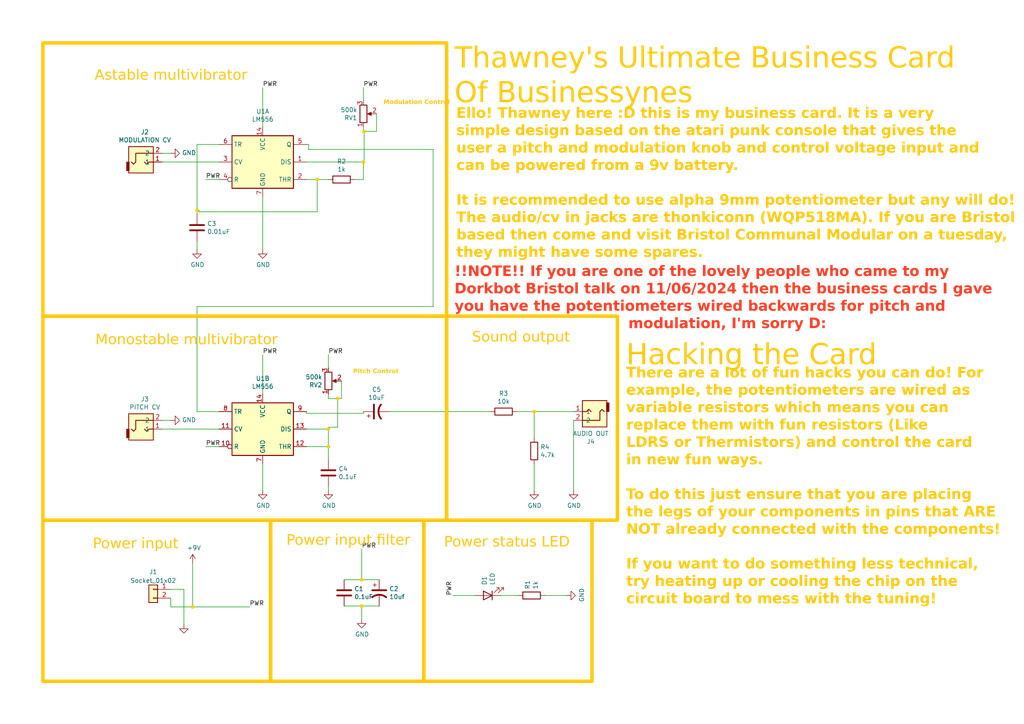
<source format=kicad_sch>
(kicad_sch (version 20231120) (generator "eeschema") (generator_version "8.0")
  (paper "A4")
  (title_block (date "2024-06-12"))
  (lib_symbols
    (symbol "APC-rescue:CP1-Device" (pin_numbers hide) (pin_names (offset 0.254) hide)
      (property "Reference" "C" (at 0.635 2.54 0))
      (property "Value" "Device_CP1" (at 0.635 -2.54 0))
      (symbol "CP1-Device_0_1"
        (polyline (pts (xy -2.032 0.762) (xy 2.032 0.762)) (stroke (width 0.508)))
        (polyline (pts (xy -1.778 2.286) (xy -0.762 2.286)))
        (polyline (pts (xy -1.27 1.778) (xy -1.27 2.794)))
        (arc (start 2.032 -1.27) (mid 0 -0.5572) (end -2.032 -1.27) (stroke (width 0.508)))
      )
      (symbol "CP1-Device_1_1"
        (pin passive line (at 0 3.81 270) (length 2.794) (name "~") (number "1"))
        (pin passive line (at 0 -3.81 90) (length 3.302) (name "~") (number "2"))
      )
    )
    (symbol "APC-rescue:R_POT-Device" (pin_names (offset 1.016) hide)
      (property "Reference" "RV" (at -4.445 0 90))
      (property "Value" "Device_R_POT" (at -2.54 0 90))
      (symbol "R_POT-Device_0_1"
        (polyline (pts (xy 2.54 0) (xy 1.524 0)))
        (polyline (pts (xy 1.143 0) (xy 2.286 0.508) (xy 2.286 -0.508) (xy 1.143 0)) (fill (type outline)))
        (rectangle (start 1.016 2.54) (end -1.016 -2.54) (stroke (width 0.254)))
      )
      (symbol "R_POT-Device_1_1"
        (pin passive line (at 0 3.81 270) (length 1.27) (name "1") (number "1"))
        (pin passive line (at 3.81 0 180) (length 1.27) (name "2") (number "2"))
        (pin passive line (at 0 -3.81 90) (length 1.27) (name "3") (number "3"))
      )
    )
    (symbol "AudioJack2_Ground-Connector_1" (pin_names (offset 1.016))
      (property "Reference" "J2" (at 0.1016 8.6868 0))
      (property "Value" "MONO JACK CV1" (at 0.1016 6.3754 0))
      (symbol "AudioJack2_Ground-Connector_1_0_1"
        (rectangle (start -4.445 -2.54) (end -5.207 0) (fill (type outline)))
        (polyline (pts (xy 0 0) (xy 0.635 -0.635) (xy 1.27 0) (xy 2.54 0)) (stroke (width 0.254)))
        (polyline (pts (xy 2.54 2.54) (xy -2.54 2.54) (xy -2.54 0) (xy -3.175 -0.635) (xy -3.81 0)) (stroke (width 0.254)))
        (rectangle (start 2.54 -3.175) (end -4.572 4.445) (stroke (width 0.254)) (fill (type background)))
      )
      (symbol "AudioJack2_Ground-Connector_1_1_1"
        (pin passive line (at 5.08 0 180) (length 2.54) (name "1") (number "1"))
        (pin passive line (at 5.08 2.54 180) (length 2.54) (name "2") (number "2"))
      )
    )
    (symbol "Device:C" (pin_numbers hide) (pin_names (offset 0.254))
      (property "Reference" "C" (at 0.635 2.54 0))
      (property "Value" "C" (at 0.635 -2.54 0))
      (symbol "C_0_1"
        (polyline (pts (xy -2.032 -0.762) (xy 2.032 -0.762)) (stroke (width 0.508)))
        (polyline (pts (xy -2.032 0.762) (xy 2.032 0.762)) (stroke (width 0.508)))
      )
      (symbol "C_1_1"
        (pin passive line (at 0 3.81 270) (length 2.794) (name "~") (number "1"))
        (pin passive line (at 0 -3.81 90) (length 2.794) (name "~") (number "2"))
      )
    )
    (symbol "Device:LED" (pin_numbers hide) (pin_names (offset 1.016) hide)
      (property "Reference" "D" (at 0 2.54 0))
      (property "Value" "LED" (at 0 -2.54 0))
      (symbol "LED_0_1"
        (polyline (pts (xy -1.27 -1.27) (xy -1.27 1.27)) (stroke (width 0.254)))
        (polyline (pts (xy -1.27 0) (xy 1.27 0)))
        (polyline (pts (xy 1.27 -1.27) (xy 1.27 1.27) (xy -1.27 0) (xy 1.27 -1.27)) (stroke (width 0.254)))
        (polyline (pts (xy -3.048 -0.762) (xy -4.572 -2.286) (xy -3.81 -2.286) (xy -4.572 -2.286) (xy -4.572 -1.524)))
        (polyline (pts (xy -1.778 -0.762) (xy -3.302 -2.286) (xy -2.54 -2.286) (xy -3.302 -2.286) (xy -3.302 -1.524)))
      )
      (symbol "LED_1_1"
        (pin passive line (at -3.81 0 0) (length 2.54) (name "K") (number "1"))
        (pin passive line (at 3.81 0 180) (length 2.54) (name "A") (number "2"))
      )
    )
    (symbol "Device:R" (pin_numbers hide) (pin_names (offset 0))
      (property "Reference" "R" (at 2.032 0 90))
      (property "Value" "R" (at 0 0 90))
      (symbol "R_0_1"
        (rectangle (start -1.016 -2.54) (end 1.016 2.54) (stroke (width 0.254)))
      )
      (symbol "R_1_1"
        (pin passive line (at 0 3.81 270) (length 1.27) (name "~") (number "1"))
        (pin passive line (at 0 -3.81 90) (length 1.27) (name "~") (number "2"))
      )
    )
    (symbol "PCM_4ms_Connector:Socket_01x02" (pin_names (offset 1.016) hide)
      (property "Reference" "J" (at 0 2.54 0))
      (property "Value" "Socket_01x02" (at 0 -5.08 0))
      (symbol "Socket_01x02_1_1"
        (rectangle (start -1.27 -2.413) (end 0 -2.667) (stroke (width 0.1524)))
        (rectangle (start -1.27 0.127) (end 0 -0.127) (stroke (width 0.1524)))
        (rectangle (start -1.27 1.27) (end 1.27 -3.81) (stroke (width 0.254)) (fill (type background)))
        (pin passive line (at -5.08 0 0) (length 3.81) (name "Pin_1") (number "1"))
        (pin passive line (at -5.08 -2.54 0) (length 3.81) (name "Pin_2") (number "2"))
      )
    )
    (symbol "Timer:LM556"
      (property "Reference" "U" (at -10.16 8.89 0))
      (property "Value" "LM556" (at -10.16 -8.89 0))
      (symbol "LM556_0_0"
        (pin power_in line (at 0 10.16 270) (length 2.54) (name "VCC") (number "14"))
        (pin power_in line (at 0 -10.16 90) (length 2.54) (name "GND") (number "7"))
      )
      (symbol "LM556_0_1"
        (rectangle (start -8.89 -7.62) (end 8.89 7.62) (stroke (width 0.254)) (fill (type background)))
        (rectangle (start -8.89 -7.62) (end 8.89 7.62) (stroke (width 0.254)) (fill (type background)))
      )
      (symbol "LM556_1_1"
        (pin input line (at 12.7 0 180) (length 3.81) (name "DIS") (number "1"))
        (pin input line (at 12.7 -5.08 180) (length 3.81) (name "THR") (number "2"))
        (pin input line (at -12.7 0 0) (length 3.81) (name "CV") (number "3"))
        (pin input inverted (at -12.7 -5.08 0) (length 3.81) (name "R") (number "4"))
        (pin output line (at 12.7 5.08 180) (length 3.81) (name "Q") (number "5"))
        (pin input line (at -12.7 5.08 0) (length 3.81) (name "TR") (number "6"))
      )
      (symbol "LM556_2_1"
        (pin input inverted (at -12.7 -5.08 0) (length 3.81) (name "R") (number "10"))
        (pin input line (at -12.7 0 0) (length 3.81) (name "CV") (number "11"))
        (pin input line (at 12.7 -5.08 180) (length 3.81) (name "THR") (number "12"))
        (pin input line (at 12.7 0 180) (length 3.81) (name "DIS") (number "13"))
        (pin input line (at -12.7 5.08 0) (length 3.81) (name "TR") (number "8"))
        (pin output line (at 12.7 5.08 180) (length 3.81) (name "Q") (number "9"))
      )
    )
    (symbol "power:+9V" (power) (pin_names (offset 0))
      (property "Value" "+9V" (at 0 3.556 0))
      (symbol "+9V_0_1"
        (polyline (pts (xy -0.762 1.27) (xy 0 2.54)))
        (polyline (pts (xy 0 0) (xy 0 2.54)))
        (polyline (pts (xy 0 2.54) (xy 0.762 1.27)))
      )
      (symbol "+9V_1_1"
        (pin power_in line (at 0 0 90) (length 0) hide (name "+9V") (number "1"))
      )
    )
    (symbol "power:GND" (power) (pin_names (offset 0))
      (property "Value" "GND" (at 0 -3.81 0))
      (symbol "GND_0_1"
        (polyline (pts (xy 0 0) (xy 0 -1.27) (xy 1.27 -1.27) (xy 0 -2.54) (xy -1.27 -1.27) (xy 0 -1.27)))
      )
      (symbol "GND_1_1"
        (pin power_in line (at 0 0 270) (length 0) hide (name "GND") (number "1"))
      )
    )
  )
  (junction (at 105.41 46.99) (color 255 198 10 1))
  (junction (at 105.6132 38.1) (color 255 198 10 1))
  (junction (at 104.902 175.768) (color 255 198 10 1))
  (junction (at 91.9988 52.07) (color 255 198 10 1))
  (junction (at 154.94 119.38) (color 255 198 10 1))
  (junction (at 95.25 129.54) (color 255 198 10 1))
  (junction (at 104.902 168.148) (color 255 198 10 1))
  (junction (at 97.9424 115.57) (color 255 198 10 1))
  (junction (at 55.88 176.022) (color 255 198 10 1))
  (junction (at 95.25 124.46) (color 255 198 10 1))
  (junction (at 57.15 60.96) (color 255 198 10 1))
  (wire (pts (xy 57.15 69.85) (xy 57.15 72.39)))
  (wire (pts (xy 104.902 168.148) (xy 109.982 168.148)))
  (wire (pts (xy 63.5 41.91) (xy 57.15 41.91)))
  (wire (pts (xy 95.25 123.9012) (xy 95.25 124.46)))
  (wire (pts (xy 157.988 172.72) (xy 164.338 172.72)))
  (wire (pts (xy 91.9988 61.4172) (xy 91.9988 52.07)))
  (wire (pts (xy 49.53 170.942) (xy 53.34 170.942)))
  (wire (pts (xy 105.6132 38.1) (xy 105.6132 46.99)))
  (wire (pts (xy 49.53 173.482) (xy 49.53 176.022)))
  (wire (pts (xy 109.22 38.1) (xy 105.6132 38.1)))
  (wire (pts (xy 131.318 172.72) (xy 137.668 172.72)))
  (wire (pts (xy 89.5096 41.91) (xy 88.9 41.91)))
  (wire (pts (xy 95.25 140.97) (xy 95.25 142.24)))
  (wire (pts (xy 105.41 119.888) (xy 105.41 119.38)))
  (wire (pts (xy 46.99 121.92) (xy 49.53 121.92)))
  (wire (pts (xy 49.53 176.022) (xy 55.88 176.022)))
  (wire (pts (xy 113.03 119.38) (xy 142.24 119.38)))
  (wire (pts (xy 109.22 33.02) (xy 109.22 38.1)))
  (wire (pts (xy 88.9 52.07) (xy 91.9988 52.07)))
  (wire (pts (xy 46.99 44.45) (xy 49.53 44.45)))
  (wire (pts (xy 57.7088 60.96) (xy 57.15 60.96)))
  (wire (pts (xy 57.7088 61.4172) (xy 91.9988 61.4172)))
  (wire (pts (xy 88.9 124.46) (xy 95.25 124.46)))
  (wire (pts (xy 166.37 121.92) (xy 166.37 142.24)))
  (wire (pts (xy 88.9 129.54) (xy 95.25 129.54)))
  (wire (pts (xy 59.69 129.54) (xy 63.5 129.54)))
  (wire (pts (xy 104.902 168.148) (xy 104.902 159.258)))
  (wire (pts (xy 57.15 60.96) (xy 57.15 62.23)))
  (wire (pts (xy 102.87 52.07) (xy 105.41 52.07)))
  (wire (pts (xy 104.902 175.768) (xy 109.982 175.768)))
  (wire (pts (xy 154.94 119.38) (xy 166.37 119.38)))
  (wire (pts (xy 154.94 142.24) (xy 154.94 134.62)))
  (wire (pts (xy 97.9424 115.57) (xy 99.06 115.57)))
  (wire (pts (xy 95.25 133.35) (xy 95.25 129.54)))
  (wire (pts (xy 95.25 115.57) (xy 97.9424 115.57)))
  (wire (pts (xy 125.6284 43.3324) (xy 125.6284 88.9)))
  (wire (pts (xy 76.2 102.87) (xy 76.2 114.3)))
  (wire (pts (xy 46.99 124.46) (xy 63.5 124.46)))
  (wire (pts (xy 57.15 88.9) (xy 125.6284 88.9)))
  (wire (pts (xy 104.902 179.578) (xy 104.902 175.768)))
  (wire (pts (xy 76.2 36.83) (xy 76.2 25.4)))
  (wire (pts (xy 91.9988 52.07) (xy 95.25 52.07)))
  (wire (pts (xy 105.6132 38.1) (xy 105.41 38.1)))
  (wire (pts (xy 88.9 46.99) (xy 105.41 46.99)))
  (wire (pts (xy 53.34 170.942) (xy 53.34 181.102)))
  (wire (pts (xy 97.9424 123.9012) (xy 95.25 123.9012)))
  (wire (pts (xy 97.9424 115.57) (xy 97.9424 123.9012)))
  (wire (pts (xy 55.88 163.322) (xy 55.88 176.022)))
  (wire (pts (xy 99.822 175.768) (xy 104.902 175.768)))
  (wire (pts (xy 154.94 119.38) (xy 154.94 127)))
  (wire (pts (xy 145.288 172.72) (xy 150.368 172.72)))
  (wire (pts (xy 57.15 88.9) (xy 57.15 119.38)))
  (wire (pts (xy 57.15 119.38) (xy 63.5 119.38)))
  (wire (pts (xy 95.25 102.87) (xy 95.25 106.68)))
  (wire (pts (xy 105.41 46.99) (xy 105.41 52.07)))
  (wire (pts (xy 105.41 25.4) (xy 105.41 29.21)))
  (wire (pts (xy 57.7088 61.4172) (xy 57.7088 60.96)))
  (wire (pts (xy 46.99 46.99) (xy 63.5 46.99)))
  (wire (pts (xy 59.69 52.07) (xy 63.5 52.07)))
  (wire (pts (xy 105.6132 46.99) (xy 105.41 46.99)))
  (wire (pts (xy 99.06 115.57) (xy 99.06 110.49)))
  (wire (pts (xy 89.5096 43.3324) (xy 89.5096 41.91)))
  (wire (pts (xy 76.2 134.62) (xy 76.2 142.24)))
  (wire (pts (xy 95.25 124.46) (xy 95.25 129.54)))
  (wire (pts (xy 149.86 119.38) (xy 154.94 119.38)))
  (wire (pts (xy 99.822 168.148) (xy 104.902 168.148)))
  (wire (pts (xy 88.9 119.888) (xy 88.9 119.38)))
  (wire (pts (xy 105.41 38.1) (xy 105.41 36.83)))
  (wire (pts (xy 88.9 119.888) (xy 105.41 119.888)))
  (wire (pts (xy 55.88 176.022) (xy 72.39 176.022)))
  (wire (pts (xy 57.15 41.91) (xy 57.15 60.96)))
  (wire (pts (xy 89.5096 43.3324) (xy 125.6284 43.3324)))
  (wire (pts (xy 76.2 57.15) (xy 76.2 72.39)))
  (wire (pts (xy 95.25 114.3) (xy 95.25 115.57)))
  (rectangle (start 122.936 150.876) (end 171.704 197.612) (stroke (width 1) (color 255 198 10 1)))
  (rectangle (start 129.54 91.694) (end 179.07 150.876) (stroke (width 1) (color 255 198 10 1)))
  (rectangle (start 12.446 150.876) (end 78.486 197.612) (stroke (width 1) (color 255 198 10 1)))
  (rectangle (start 78.486 150.876) (end 122.936 197.612) (stroke (width 1) (color 255 198 10 1)))
  (rectangle (start 12.446 91.694) (end 129.54 150.876) (stroke (width 1) (color 255 198 10 1)))
  (rectangle (start 12.446 12.446) (end 129.54 91.694) (stroke (width 1) (color 255 198 10 1)))
  (text "Thawney's Ultimate Business Card \nOf Businessynes" (at 131.826 23.876 0) (effects (font (size 6 6)) (justify left)))
  (text "Ello! Thawney here :D this is my business card. It is a very \nsimple design based on the atari punk console that gives the \nuser a pitch and modulation knob and control voltage input and \ncan be powered from a 9v battery.\n\nIt is recommended to use alpha 9mm potentiometer but any will do! \nThe audio/cv in jacks are thonkiconn (WQP518MA). If you are Bristol \nbased then come and visit Bristol Communal Modular on a tuesday, \nthey might have some spares." (at 132.334 54.102 0) (effects (font (size 3 3) (thickness 0.4) (bold yes)) (justify left)))
  (text "There are a lot of fun hacks you can do! For \nexample, the potentiometers are wired as \nvariable resistors which means you can \nreplace them with fun resistors (Like \nLDRS or Thermistors) and control the card \nin new fun ways.\n\nTo do this just ensure that you are placing \nthe legs of your components in pins that ARE \nNOT already connected with the components!\n\nIf you want to do something less technical,\ntry heating up or cooling the chip on the \ncircuit board to mess with the tuning!" (at 181.61 141.986 0) (effects (font (size 3 3) (thickness 0.4) (bold yes)) (justify left)))
  (text "Sound output" (at 136.906 100.584 0) (effects (font (size 3 3)) (justify left bottom)))
  (text "Power status LED" (at 128.778 160.02 0) (effects (font (size 3 3)) (justify left bottom)))
  (text "Power input" (at 26.924 160.528 0) (effects (font (size 3 3)) (justify left bottom)))
  (text "Hacking the Card" (at 181.61 104.902 0) (effects (font (size 6 6)) (justify left)))
  (text "Monostable multivibrator" (at 27.686 101.346 0) (effects (font (size 3 3)) (justify left bottom)))
  (text "!!NOTE!! If you are one of the lovely people who came to my \nDorkbot Bristol talk on 11/06/2024 then the business cards I gave \nyou have the potentiometers wired backwards for pitch and \n							modulation, I'm sorry D:" (at 131.826 87.376 0) (effects (font (size 3 3) (thickness 0.4) (bold yes)) (justify left)))
  (text "Pitch Control" (at 102.4128 109.0168 0) (effects (font (size 1.27 1.27) (thickness 0.254) (bold yes)) (justify left bottom)))
  (text "Astable multivibrator" (at 27.432 24.638 0) (effects (font (size 3 3)) (justify left bottom)))
  (text "Power input filter" (at 83.058 159.512 0) (effects (font (size 3 3)) (justify left bottom)))
  (text "Modulation Control" (at 111.2012 30.9372 0) (effects (font (size 1.27 1.27) (thickness 0.254) (bold yes)) (justify left bottom)))
  (label "PWR" (at 59.69 129.54 0))
  (label "PWR" (at 59.69 52.07 0))
  (label "PWR" (at 72.39 176.022 0))
  (label "PWR" (at 105.41 25.4 0))
  (label "PWR" (at 76.2 25.4 0))
  (label "PWR" (at 104.902 159.258 0))
  (label "PWR" (at 76.2 102.87 0))
  (label "PWR" (at 95.25 102.87 0))
  (label "PWR" (at 131.318 172.72 90))
  (symbol (lib_id "power:GND") (at 164.338 172.72 90) (unit 1)
    (property "Reference" "#PWR0101" (effects (hide yes)))
    (property "Value" "GND" (at 168.7322 172.593 0))
  )
  (symbol (lib_id "Timer:LM556") (at 76.2 46.99 0) (unit 1)
    (property "Reference" "U1" (at 76.2 32.3088 0))
    (property "Value" "LM556" (at 76.2 34.6202 0))
    (property "Footprint" "Package_SO:SOIC-14_3.9x8.7mm_P1.27mm" (effects (hide yes)))
    (property "Datasheet" "http://www.ti.com/lit/ds/symlink/lm556.pdf" (effects (hide yes)))
  )
  (symbol (lib_id "Timer:LM556") (at 76.2 124.46 0) (unit 2)
    (property "Reference" "U1" (at 76.2 109.7788 0))
    (property "Value" "LM556" (at 76.2 112.0902 0))
    (property "Footprint" "Package_SO:SOIC-14_3.9x8.7mm_P1.27mm" (effects (hide yes)))
    (property "Datasheet" "http://www.ti.com/lit/ds/symlink/lm556.pdf" (effects (hide yes)))
  )
  (symbol (lib_name "AudioJack2_Ground-Connector_1") (lib_id "APC-rescue:AudioJack2_Ground-Connector") (at 41.91 46.99 0) (unit 1)
    (property "Reference" "J2" (at 42.0116 38.3032 0))
    (property "Value" "MODULATION CV" (at 42.0116 40.6146 0))
    (property "Footprint" "PCM_4ms_Jack:EighthInch_PJ398SM" (effects (hide yes)))
  )
  (symbol (lib_id "APC-rescue:R_POT-Device") (at 105.41 33.02 0) (mirror x) (unit 1)
    (property "Reference" "RV1" (at 103.632 34.1884 0) (effects (justify right)))
    (property "Value" "500k" (at 103.632 31.877 0) (effects (justify right)))
    (property "Footprint" "PCM_4ms_Potentiometer:Pot_9mm_DShaft" (effects (hide yes)))
  )
  (symbol (lib_id "APC-rescue:R_POT-Device") (at 95.25 110.49 0) (mirror x) (unit 1)
    (property "Reference" "RV2" (at 93.472 111.6584 0) (effects (justify right)))
    (property "Value" "500k" (at 93.472 109.347 0) (effects (justify right)))
    (property "Footprint" "PCM_4ms_Potentiometer:Pot_9mm_DShaft" (effects (hide yes)))
  )
  (symbol (lib_id "Device:LED") (at 141.478 172.72 180) (unit 1)
    (property "Reference" "D1" (at 140.5128 169.7482 90) (effects (justify right)))
    (property "Value" "LED" (at 142.8242 169.7482 90) (effects (justify right)))
    (property "Footprint" "LED_SMD:LED_0603_1608Metric" (effects (hide yes)))
  )
  (symbol (lib_id "Device:R") (at 154.178 172.72 90) (unit 1)
    (property "Reference" "R1" (at 153.0096 170.942 0) (effects (justify left)))
    (property "Value" "1k" (at 155.321 170.942 0) (effects (justify left)))
    (property "Footprint" "Resistor_SMD:R_0603_1608Metric" (effects (hide yes)))
  )
  (symbol (lib_id "Device:R") (at 99.06 52.07 90) (unit 1)
    (property "Reference" "R2" (at 99.06 46.8122 90))
    (property "Value" "1k" (at 99.06 49.1236 90))
    (property "Footprint" "Resistor_SMD:R_0603_1608Metric" (effects (hide yes)))
  )
  (symbol (lib_id "Device:R") (at 146.05 119.38 90) (unit 1)
    (property "Reference" "R3" (at 146.05 114.1222 90))
    (property "Value" "10k" (at 146.05 116.4336 90))
    (property "Footprint" "Resistor_SMD:R_0603_1608Metric" (effects (hide yes)))
  )
  (symbol (lib_id "Device:R") (at 154.94 130.81 0) (unit 1)
    (property "Reference" "R4" (at 156.718 129.6416 0) (effects (justify left)))
    (property "Value" "4.7k" (at 156.718 131.953 0) (effects (justify left)))
    (property "Footprint" "Resistor_SMD:R_0603_1608Metric" (effects (hide yes)))
  )
  (symbol (lib_id "Device:C") (at 57.15 66.04 0) (unit 1)
    (property "Reference" "C3" (at 60.071 64.8716 0) (effects (justify left)))
    (property "Value" "0.01uF" (at 60.071 67.183 0) (effects (justify left)))
    (property "Footprint" "Capacitor_SMD:C_0603_1608Metric" (effects (hide yes)))
  )
  (symbol (lib_id "Device:C") (at 95.25 137.16 0) (unit 1)
    (property "Reference" "C4" (at 98.171 135.9916 0) (effects (justify left)))
    (property "Value" "0.1uF" (at 98.171 138.303 0) (effects (justify left)))
    (property "Footprint" "Capacitor_SMD:C_0603_1608Metric" (effects (hide yes)))
  )
  (symbol (lib_id "Device:C") (at 99.822 171.958 0) (unit 1)
    (property "Reference" "C1" (at 102.743 170.7896 0) (effects (justify left)))
    (property "Value" "0.1uF" (at 102.743 173.101 0) (effects (justify left)))
    (property "Footprint" "Capacitor_SMD:C_0603_1608Metric" (effects (hide yes)))
  )
  (symbol (lib_id "APC-rescue:CP1-Device") (at 109.982 171.958 0) (unit 1)
    (property "Reference" "C2" (at 112.903 170.7896 0) (effects (justify left)))
    (property "Value" "10uf" (at 112.903 173.101 0) (effects (justify left)))
    (property "Footprint" "Capacitor_SMD:C_0603_1608Metric" (effects (hide yes)))
  )
  (symbol (lib_id "APC-rescue:CP1-Device") (at 109.22 119.38 90) (unit 1)
    (property "Reference" "C5" (at 109.22 112.9792 90))
    (property "Value" "10uF" (at 109.22 115.2906 90))
    (property "Footprint" "Capacitor_SMD:C_0603_1608Metric" (effects (hide yes)))
  )
  (symbol (lib_id "power:GND") (at 76.2 72.39 0) (unit 1)
    (property "Reference" "#PWR0102" (effects (hide yes)))
    (property "Value" "GND" (at 76.327 76.7842 0))
  )
  (symbol (lib_id "power:+9V") (at 55.88 163.322 0) (unit 1)
    (property "Reference" "#PWR0103" (effects (hide yes)))
    (property "Value" "+9V" (at 56.261 158.9278 0))
  )
  (symbol (lib_id "power:GND") (at 104.902 179.578 0) (unit 1)
    (property "Reference" "#PWR0104" (effects (hide yes)))
    (property "Value" "GND" (at 105.029 183.9722 0))
  )
  (symbol (lib_id "power:GND") (at 53.34 181.102 0) (unit 1)
    (property "Reference" "#PWR0105" (effects (hide yes)))
    (property "Value" "GND" (effects (hide yes)))
  )
  (symbol (lib_id "power:GND") (at 166.37 142.24 0) (unit 1)
    (property "Reference" "#PWR0106" (effects (hide yes)))
    (property "Value" "GND" (at 166.497 146.6342 0))
  )
  (symbol (lib_id "power:GND") (at 154.94 142.24 0) (unit 1)
    (property "Reference" "#PWR0107" (effects (hide yes)))
    (property "Value" "GND" (at 155.067 146.6342 0))
  )
  (symbol (lib_id "power:GND") (at 76.2 142.24 0) (unit 1)
    (property "Reference" "#PWR0108" (effects (hide yes)))
    (property "Value" "GND" (at 76.327 146.6342 0))
  )
  (symbol (lib_id "power:GND") (at 95.25 142.24 0) (unit 1)
    (property "Reference" "#PWR0109" (effects (hide yes)))
    (property "Value" "GND" (at 95.377 146.6342 0))
  )
  (symbol (lib_id "power:GND") (at 57.15 72.39 0) (unit 1)
    (property "Reference" "#PWR0110" (effects (hide yes)))
    (property "Value" "GND" (at 57.277 76.7842 0))
  )
  (symbol (lib_id "power:GND") (at 49.53 44.45 90) (unit 1)
    (property "Reference" "#PWR0111" (effects (hide yes)))
    (property "Value" "GND" (at 52.7812 44.323 90) (effects (justify right)))
  )
  (symbol (lib_id "power:GND") (at 49.53 121.92 90) (unit 1)
    (property "Reference" "#PWR0112" (effects (hide yes)))
    (property "Value" "GND" (at 52.7812 121.793 90) (effects (justify right)))
  )
  (symbol (lib_id "PCM_4ms_Connector:Socket_01x02") (at 44.45 170.942 0) (mirror y) (unit 1)
    (property "Reference" "J1" (at 44.45 165.862 0))
    (property "Value" "Socket_01x02" (at 44.45 168.402 0))
    (property "Footprint" "Connector_PinSocket_2.54mm:PinSocket_1x02_P2.54mm_Vertical" (effects (hide yes)))
    (property "Specifications" "Socket Header, 1*2, spacing 2.54mm, Vertical" (effects (hide yes)))
    (property "Manufacturer" "?" (effects (hide yes)))
    (property "Part Number" "?" (effects (hide yes)))
  )
  (symbol (lib_name "AudioJack2_Ground-Connector_1") (lib_id "APC-rescue:AudioJack2_Ground-Connector") (at 171.45 119.38 180) (unit 1)
    (property "Reference" "J4" (at 171.3484 128.0668 0))
    (property "Value" "AUDIO OUT" (at 171.3484 125.7554 0))
    (property "Footprint" "PCM_4ms_Jack:EighthInch_PJ398SM" (effects (hide yes)))
  )
  (symbol (lib_name "AudioJack2_Ground-Connector_1") (lib_id "APC-rescue:AudioJack2_Ground-Connector") (at 41.91 124.46 0) (unit 1)
    (property "Reference" "J3" (at 42.0116 115.7732 0))
    (property "Value" "PITCH CV" (at 42.0116 118.0846 0))
    (property "Footprint" "PCM_4ms_Jack:EighthInch_PJ398SM" (effects (hide yes)))
  )
)
</source>
